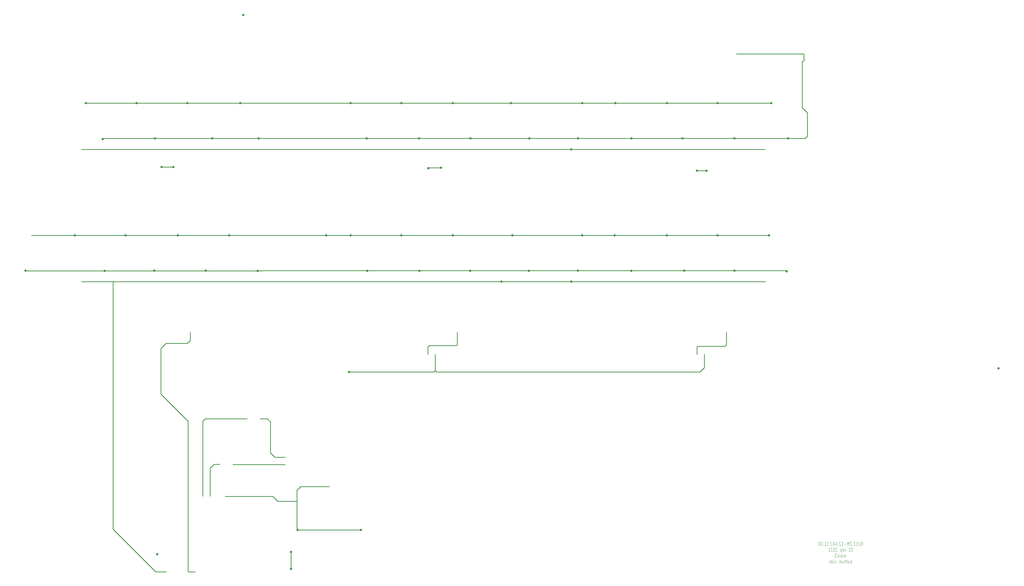
<source format=gbr>
%TF.GenerationSoftware,KiCad,Pcbnew,(5.99.0-12218-g749d2d5987)*%
%TF.CreationDate,2021-09-15T17:58:56+03:00*%
%TF.ProjectId,stend_main_stencil,7374656e-645f-46d6-9169-6e5f7374656e,rev*%
%TF.SameCoordinates,PX258bd10PYee998b0*%
%TF.FileFunction,Copper,L2,Bot*%
%TF.FilePolarity,Positive*%
%FSLAX46Y46*%
G04 Gerber Fmt 4.6, Leading zero omitted, Abs format (unit mm)*
G04 Created by KiCad (PCBNEW (5.99.0-12218-g749d2d5987)) date 2021-09-15 17:58:56*
%MOMM*%
%LPD*%
G01*
G04 APERTURE LIST*
%ADD10C,0.076200*%
%TA.AperFunction,NonConductor*%
%ADD11C,0.076200*%
%TD*%
%TA.AperFunction,ViaPad*%
%ADD12C,0.800000*%
%TD*%
%TA.AperFunction,Conductor*%
%ADD13C,0.250000*%
%TD*%
G04 APERTURE END LIST*
D10*
D11*
X294364833Y15192527D02*
X294661166Y15797289D01*
X294872833Y15192527D02*
X294872833Y16462527D01*
X294534166Y16462527D01*
X294449500Y16402050D01*
X294407166Y16341574D01*
X294364833Y16220622D01*
X294364833Y16039193D01*
X294407166Y15918241D01*
X294449500Y15857765D01*
X294534166Y15797289D01*
X294872833Y15797289D01*
X293983833Y16462527D02*
X293983833Y15434431D01*
X293941500Y15313479D01*
X293899166Y15253003D01*
X293814500Y15192527D01*
X293645166Y15192527D01*
X293560500Y15253003D01*
X293518166Y15313479D01*
X293475833Y15434431D01*
X293475833Y16462527D01*
X293094833Y15253003D02*
X292967833Y15192527D01*
X292756166Y15192527D01*
X292671500Y15253003D01*
X292629166Y15313479D01*
X292586833Y15434431D01*
X292586833Y15555384D01*
X292629166Y15676336D01*
X292671500Y15736812D01*
X292756166Y15797289D01*
X292925500Y15857765D01*
X293010166Y15918241D01*
X293052500Y15978717D01*
X293094833Y16099670D01*
X293094833Y16220622D01*
X293052500Y16341574D01*
X293010166Y16402050D01*
X292925500Y16462527D01*
X292713833Y16462527D01*
X292586833Y16402050D01*
X292332833Y16462527D02*
X291824833Y16462527D01*
X292078833Y15192527D02*
X292078833Y16462527D01*
X291528500Y15313479D02*
X291486166Y15253003D01*
X291528500Y15192527D01*
X291570833Y15253003D01*
X291528500Y15313479D01*
X291528500Y15192527D01*
X291189833Y16462527D02*
X290597166Y16462527D01*
X291189833Y15192527D01*
X290597166Y15192527D01*
X290258500Y15192527D02*
X290258500Y16462527D01*
X289962166Y15555384D01*
X289665833Y16462527D01*
X289665833Y15192527D01*
X289242500Y15676336D02*
X288565166Y15676336D01*
X287676166Y15192527D02*
X288184166Y15192527D01*
X287930166Y15192527D02*
X287930166Y16462527D01*
X288014833Y16281098D01*
X288099500Y16160146D01*
X288184166Y16099670D01*
X287337500Y16341574D02*
X287295166Y16402050D01*
X287210500Y16462527D01*
X286998833Y16462527D01*
X286914166Y16402050D01*
X286871833Y16341574D01*
X286829500Y16220622D01*
X286829500Y16099670D01*
X286871833Y15918241D01*
X287379833Y15192527D01*
X286829500Y15192527D01*
X286448500Y15313479D02*
X286406166Y15253003D01*
X286448500Y15192527D01*
X286490833Y15253003D01*
X286448500Y15313479D01*
X286448500Y15192527D01*
X285644166Y16039193D02*
X285644166Y15192527D01*
X285855833Y16523003D02*
X286067500Y15615860D01*
X285517166Y15615860D01*
X285009166Y16462527D02*
X284924500Y16462527D01*
X284839833Y16402050D01*
X284797500Y16341574D01*
X284755166Y16220622D01*
X284712833Y15978717D01*
X284712833Y15676336D01*
X284755166Y15434431D01*
X284797500Y15313479D01*
X284839833Y15253003D01*
X284924500Y15192527D01*
X285009166Y15192527D01*
X285093833Y15253003D01*
X285136166Y15313479D01*
X285178500Y15434431D01*
X285220833Y15676336D01*
X285220833Y15978717D01*
X285178500Y16220622D01*
X285136166Y16341574D01*
X285093833Y16402050D01*
X285009166Y16462527D01*
X284374166Y16341574D02*
X284331833Y16402050D01*
X284247166Y16462527D01*
X284035500Y16462527D01*
X283950833Y16402050D01*
X283908500Y16341574D01*
X283866166Y16220622D01*
X283866166Y16099670D01*
X283908500Y15918241D01*
X284416500Y15192527D01*
X283866166Y15192527D01*
X283485166Y15313479D02*
X283442833Y15253003D01*
X283485166Y15192527D01*
X283527500Y15253003D01*
X283485166Y15313479D01*
X283485166Y15192527D01*
X282596166Y15192527D02*
X283104166Y15192527D01*
X282850166Y15192527D02*
X282850166Y16462527D01*
X282934833Y16281098D01*
X283019500Y16160146D01*
X283104166Y16099670D01*
X281749500Y15192527D02*
X282257500Y15192527D01*
X282003500Y15192527D02*
X282003500Y16462527D01*
X282088166Y16281098D01*
X282172833Y16160146D01*
X282257500Y16099670D01*
X281368500Y15313479D02*
X281326166Y15253003D01*
X281368500Y15192527D01*
X281410833Y15253003D01*
X281368500Y15313479D01*
X281368500Y15192527D01*
X280775833Y16462527D02*
X280691166Y16462527D01*
X280606500Y16402050D01*
X280564166Y16341574D01*
X280521833Y16220622D01*
X280479500Y15978717D01*
X280479500Y15676336D01*
X280521833Y15434431D01*
X280564166Y15313479D01*
X280606500Y15253003D01*
X280691166Y15192527D01*
X280775833Y15192527D01*
X280860500Y15253003D01*
X280902833Y15313479D01*
X280945166Y15434431D01*
X280987500Y15676336D01*
X280987500Y15978717D01*
X280945166Y16220622D01*
X280902833Y16341574D01*
X280860500Y16402050D01*
X280775833Y16462527D01*
X279929166Y16462527D02*
X279844500Y16462527D01*
X279759833Y16402050D01*
X279717500Y16341574D01*
X279675166Y16220622D01*
X279632833Y15978717D01*
X279632833Y15676336D01*
X279675166Y15434431D01*
X279717500Y15313479D01*
X279759833Y15253003D01*
X279844500Y15192527D01*
X279929166Y15192527D01*
X280013833Y15253003D01*
X280056166Y15313479D01*
X280098500Y15434431D01*
X280140833Y15676336D01*
X280140833Y15978717D01*
X280098500Y16220622D01*
X280056166Y16341574D01*
X280013833Y16402050D01*
X279929166Y16462527D01*
X291253333Y14417827D02*
X291168666Y14417827D01*
X291084000Y14357350D01*
X291041666Y14296874D01*
X290999333Y14175922D01*
X290957000Y13934017D01*
X290957000Y13631636D01*
X290999333Y13389731D01*
X291041666Y13268779D01*
X291084000Y13208303D01*
X291168666Y13147827D01*
X291253333Y13147827D01*
X291338000Y13208303D01*
X291380333Y13268779D01*
X291422666Y13389731D01*
X291465000Y13631636D01*
X291465000Y13934017D01*
X291422666Y14175922D01*
X291380333Y14296874D01*
X291338000Y14357350D01*
X291253333Y14417827D01*
X290110333Y13147827D02*
X290618333Y13147827D01*
X290364333Y13147827D02*
X290364333Y14417827D01*
X290449000Y14236398D01*
X290533666Y14115446D01*
X290618333Y14054970D01*
X289094333Y13208303D02*
X289009666Y13147827D01*
X288840333Y13147827D01*
X288755666Y13208303D01*
X288713333Y13329255D01*
X288713333Y13389731D01*
X288755666Y13510684D01*
X288840333Y13571160D01*
X288967333Y13571160D01*
X289052000Y13631636D01*
X289094333Y13752589D01*
X289094333Y13813065D01*
X289052000Y13934017D01*
X288967333Y13994493D01*
X288840333Y13994493D01*
X288755666Y13934017D01*
X287993666Y13208303D02*
X288078333Y13147827D01*
X288247666Y13147827D01*
X288332333Y13208303D01*
X288374666Y13329255D01*
X288374666Y13813065D01*
X288332333Y13934017D01*
X288247666Y13994493D01*
X288078333Y13994493D01*
X287993666Y13934017D01*
X287951333Y13813065D01*
X287951333Y13692112D01*
X288374666Y13571160D01*
X287570333Y13994493D02*
X287570333Y12724493D01*
X287570333Y13934017D02*
X287485666Y13994493D01*
X287316333Y13994493D01*
X287231666Y13934017D01*
X287189333Y13873541D01*
X287147000Y13752589D01*
X287147000Y13389731D01*
X287189333Y13268779D01*
X287231666Y13208303D01*
X287316333Y13147827D01*
X287485666Y13147827D01*
X287570333Y13208303D01*
X286131000Y14296874D02*
X286088666Y14357350D01*
X286004000Y14417827D01*
X285792333Y14417827D01*
X285707666Y14357350D01*
X285665333Y14296874D01*
X285623000Y14175922D01*
X285623000Y14054970D01*
X285665333Y13873541D01*
X286173333Y13147827D01*
X285623000Y13147827D01*
X285072666Y14417827D02*
X284988000Y14417827D01*
X284903333Y14357350D01*
X284861000Y14296874D01*
X284818666Y14175922D01*
X284776333Y13934017D01*
X284776333Y13631636D01*
X284818666Y13389731D01*
X284861000Y13268779D01*
X284903333Y13208303D01*
X284988000Y13147827D01*
X285072666Y13147827D01*
X285157333Y13208303D01*
X285199666Y13268779D01*
X285242000Y13389731D01*
X285284333Y13631636D01*
X285284333Y13934017D01*
X285242000Y14175922D01*
X285199666Y14296874D01*
X285157333Y14357350D01*
X285072666Y14417827D01*
X284437666Y14296874D02*
X284395333Y14357350D01*
X284310666Y14417827D01*
X284099000Y14417827D01*
X284014333Y14357350D01*
X283972000Y14296874D01*
X283929666Y14175922D01*
X283929666Y14054970D01*
X283972000Y13873541D01*
X284480000Y13147827D01*
X283929666Y13147827D01*
X283083000Y13147827D02*
X283591000Y13147827D01*
X283337000Y13147827D02*
X283337000Y14417827D01*
X283421666Y14236398D01*
X283506333Y14115446D01*
X283591000Y14054970D01*
X289094333Y11103127D02*
X289094333Y11949793D01*
X289094333Y11828841D02*
X289052000Y11889317D01*
X288967333Y11949793D01*
X288840333Y11949793D01*
X288755666Y11889317D01*
X288713333Y11768365D01*
X288713333Y11103127D01*
X288713333Y11768365D02*
X288671000Y11889317D01*
X288586333Y11949793D01*
X288459333Y11949793D01*
X288374666Y11889317D01*
X288332333Y11768365D01*
X288332333Y11103127D01*
X287528000Y11103127D02*
X287528000Y11768365D01*
X287570333Y11889317D01*
X287655000Y11949793D01*
X287824333Y11949793D01*
X287909000Y11889317D01*
X287528000Y11163603D02*
X287612666Y11103127D01*
X287824333Y11103127D01*
X287909000Y11163603D01*
X287951333Y11284555D01*
X287951333Y11405508D01*
X287909000Y11526460D01*
X287824333Y11586936D01*
X287612666Y11586936D01*
X287528000Y11647412D01*
X287104666Y11103127D02*
X287104666Y11949793D01*
X287104666Y12373127D02*
X287147000Y12312650D01*
X287104666Y12252174D01*
X287062333Y12312650D01*
X287104666Y12373127D01*
X287104666Y12252174D01*
X286681333Y11949793D02*
X286681333Y11103127D01*
X286681333Y11828841D02*
X286639000Y11889317D01*
X286554333Y11949793D01*
X286427333Y11949793D01*
X286342666Y11889317D01*
X286300333Y11768365D01*
X286300333Y11103127D01*
X285961666Y12373127D02*
X285411333Y12373127D01*
X285707666Y11889317D01*
X285580666Y11889317D01*
X285496000Y11828841D01*
X285453666Y11768365D01*
X285411333Y11647412D01*
X285411333Y11345031D01*
X285453666Y11224079D01*
X285496000Y11163603D01*
X285580666Y11103127D01*
X285834666Y11103127D01*
X285919333Y11163603D01*
X285961666Y11224079D01*
X291062833Y9058427D02*
X291062833Y10328427D01*
X291062833Y9844617D02*
X290978166Y9905093D01*
X290808833Y9905093D01*
X290724166Y9844617D01*
X290681833Y9784141D01*
X290639500Y9663189D01*
X290639500Y9300331D01*
X290681833Y9179379D01*
X290724166Y9118903D01*
X290808833Y9058427D01*
X290978166Y9058427D01*
X291062833Y9118903D01*
X290131500Y9058427D02*
X290216166Y9118903D01*
X290258500Y9179379D01*
X290300833Y9300331D01*
X290300833Y9663189D01*
X290258500Y9784141D01*
X290216166Y9844617D01*
X290131500Y9905093D01*
X290004500Y9905093D01*
X289919833Y9844617D01*
X289877500Y9784141D01*
X289835166Y9663189D01*
X289835166Y9300331D01*
X289877500Y9179379D01*
X289919833Y9118903D01*
X290004500Y9058427D01*
X290131500Y9058427D01*
X289581166Y9905093D02*
X289242500Y9905093D01*
X289454166Y10328427D02*
X289454166Y9239855D01*
X289411833Y9118903D01*
X289327166Y9058427D01*
X289242500Y9058427D01*
X289073166Y9905093D02*
X288734500Y9905093D01*
X288946166Y10328427D02*
X288946166Y9239855D01*
X288903833Y9118903D01*
X288819166Y9058427D01*
X288734500Y9058427D01*
X288311166Y9058427D02*
X288395833Y9118903D01*
X288438166Y9179379D01*
X288480500Y9300331D01*
X288480500Y9663189D01*
X288438166Y9784141D01*
X288395833Y9844617D01*
X288311166Y9905093D01*
X288184166Y9905093D01*
X288099500Y9844617D01*
X288057166Y9784141D01*
X288014833Y9663189D01*
X288014833Y9300331D01*
X288057166Y9179379D01*
X288099500Y9118903D01*
X288184166Y9058427D01*
X288311166Y9058427D01*
X287633833Y9058427D02*
X287633833Y9905093D01*
X287633833Y9784141D02*
X287591500Y9844617D01*
X287506833Y9905093D01*
X287379833Y9905093D01*
X287295166Y9844617D01*
X287252833Y9723665D01*
X287252833Y9058427D01*
X287252833Y9723665D02*
X287210500Y9844617D01*
X287125833Y9905093D01*
X286998833Y9905093D01*
X286914166Y9844617D01*
X286871833Y9723665D01*
X286871833Y9058427D01*
X285813500Y9118903D02*
X285728833Y9058427D01*
X285559500Y9058427D01*
X285474833Y9118903D01*
X285432500Y9239855D01*
X285432500Y9300331D01*
X285474833Y9421284D01*
X285559500Y9481760D01*
X285686500Y9481760D01*
X285771166Y9542236D01*
X285813500Y9663189D01*
X285813500Y9723665D01*
X285771166Y9844617D01*
X285686500Y9905093D01*
X285559500Y9905093D01*
X285474833Y9844617D01*
X285051500Y9058427D02*
X285051500Y9905093D01*
X285051500Y10328427D02*
X285093833Y10267950D01*
X285051500Y10207474D01*
X285009166Y10267950D01*
X285051500Y10328427D01*
X285051500Y10207474D01*
X284247166Y9058427D02*
X284247166Y10328427D01*
X284247166Y9118903D02*
X284331833Y9058427D01*
X284501166Y9058427D01*
X284585833Y9118903D01*
X284628166Y9179379D01*
X284670500Y9300331D01*
X284670500Y9663189D01*
X284628166Y9784141D01*
X284585833Y9844617D01*
X284501166Y9905093D01*
X284331833Y9905093D01*
X284247166Y9844617D01*
X283485166Y9118903D02*
X283569833Y9058427D01*
X283739166Y9058427D01*
X283823833Y9118903D01*
X283866166Y9239855D01*
X283866166Y9723665D01*
X283823833Y9844617D01*
X283739166Y9905093D01*
X283569833Y9905093D01*
X283485166Y9844617D01*
X283442833Y9723665D01*
X283442833Y9602712D01*
X283866166Y9481760D01*
D12*
%TO.N,*%
X51308000Y12192000D03*
X341884000Y76454000D03*
X81026000Y198628000D03*
%TO.N,/INSTR+*%
X194310000Y152146000D03*
X194310000Y106426000D03*
X170129200Y106426000D03*
%TO.N,+5V*%
X135636000Y122428000D03*
X209296000Y122428000D03*
X153416000Y122428000D03*
X262636000Y122428000D03*
X263398000Y168148000D03*
X173482000Y168148000D03*
X58420000Y122428000D03*
X76200000Y122428000D03*
X44196000Y168148000D03*
X118110000Y122428000D03*
X40386000Y122428000D03*
X209550000Y168148000D03*
X118110000Y168148000D03*
X198120000Y122428000D03*
X109728000Y122428000D03*
X26670000Y168148000D03*
X227330000Y168148000D03*
X244856000Y168148000D03*
X244856000Y122428000D03*
X80010000Y168148000D03*
X22860000Y122428000D03*
X173990000Y122428000D03*
X135636000Y168148000D03*
X61722000Y168148000D03*
X153416000Y168148000D03*
X198120000Y168148000D03*
X227330000Y122428000D03*
%TO.N,/MCU+*%
X97536000Y12954000D03*
X97536000Y7112000D03*
%TO.N,GNDD*%
X233330511Y110236000D03*
X196596000Y110236000D03*
X123856511Y110140511D03*
X33168511Y110130511D03*
X70358000Y155956000D03*
X196639306Y155999306D03*
X5842000Y110236000D03*
X250654694Y155999306D03*
X159468694Y155999306D03*
X68072000Y110236000D03*
X250698000Y110236000D03*
X50546000Y155956000D03*
X141890511Y110140511D03*
X268732000Y109982000D03*
X141688694Y155999306D03*
X269240000Y155956000D03*
X32512000Y155702000D03*
X232707306Y155999306D03*
X50292000Y110236000D03*
X123654694Y155999306D03*
X159416511Y110140511D03*
X215138000Y155956000D03*
X215042511Y110140511D03*
X86360000Y155956000D03*
X86000511Y110130511D03*
X179673489Y110140511D03*
X179788694Y155999306D03*
%TO.N,/MCU_GND*%
X99822000Y20574000D03*
X121666000Y20574000D03*
%TO.N,/2_MCU/CS{slash}SS*%
X117602000Y75184000D03*
%TO.N,/RL5*%
X56896000Y146050000D03*
X52832000Y146050000D03*
%TO.N,/RL13*%
X149352000Y145796000D03*
X144907000Y145669000D03*
%TO.N,/RL21*%
X237744000Y144780000D03*
X241046000Y144780000D03*
%TD*%
D13*
%TO.N,/INSTR+*%
X60672000Y106416000D02*
X78486000Y106416000D01*
X54436000Y6142000D02*
X50754000Y6142000D01*
X25146000Y106416000D02*
X27422000Y106416000D01*
X194310000Y152146000D02*
X261239000Y152146000D01*
X100584000Y106426000D02*
X172415200Y106426000D01*
X36078000Y106416000D02*
X60672000Y106416000D01*
X27432000Y106426000D02*
X30988000Y106426000D01*
X30988000Y106426000D02*
X30998000Y106416000D01*
X172415200Y106426000D02*
X261356000Y106426000D01*
X30998000Y106416000D02*
X36078000Y106416000D01*
X50754000Y6142000D02*
X36078000Y20818000D01*
X78486000Y106416000D02*
X100574000Y106416000D01*
X25146000Y152146000D02*
X43007000Y152146000D01*
X60672000Y152146000D02*
X78486000Y152146000D01*
X100574000Y106416000D02*
X100584000Y106426000D01*
X43007000Y152146000D02*
X60672000Y152146000D01*
X36078000Y20818000D02*
X36078000Y106416000D01*
X27422000Y106416000D02*
X27432000Y106426000D01*
X78486000Y152146000D02*
X194310000Y152146000D01*
%TO.N,+5V*%
X22860000Y122428000D02*
X40132000Y122428000D01*
X26670000Y168148000D02*
X263398000Y168148000D01*
X40132000Y122428000D02*
X262636000Y122428000D01*
X22860000Y122428000D02*
X7874000Y122428000D01*
%TO.N,/MCU+*%
X97536000Y12954000D02*
X97536000Y7366000D01*
X97536000Y7366000D02*
X97536000Y7112000D01*
%TO.N,GNDD*%
X52568000Y67574000D02*
X52568000Y81270000D01*
X144770000Y81270000D02*
X144770000Y83810000D01*
X52568000Y81270000D02*
X52568000Y83302000D01*
X145288000Y84328000D02*
X154686000Y84328000D01*
X54356000Y85090000D02*
X61722000Y85090000D01*
X5947489Y110130511D02*
X87735489Y110130511D01*
X275082000Y155956000D02*
X275844000Y156718000D01*
X274066000Y182372000D02*
X274828000Y183134000D01*
X62738000Y86106000D02*
X62728000Y86116000D01*
X144770000Y83810000D02*
X145288000Y84328000D01*
X274828000Y183134000D02*
X274654000Y183308000D01*
X32512000Y155702000D02*
X32809306Y155999306D01*
X154930000Y84572000D02*
X154930000Y88890000D01*
X215435306Y155999306D02*
X269196694Y155999306D01*
X247904000Y84582000D02*
X247904000Y88890000D01*
X275844000Y164846000D02*
X274066000Y166624000D01*
X275844000Y156718000D02*
X275844000Y164846000D01*
X61936000Y6142000D02*
X64436000Y6142000D01*
X5842000Y110236000D02*
X5947489Y110130511D01*
X215094694Y155999306D02*
X215138000Y155956000D01*
X62728000Y86116000D02*
X62728000Y88890000D01*
X87735489Y110130511D02*
X87840978Y110236000D01*
X274066000Y166624000D02*
X274066000Y182372000D01*
X61722000Y85090000D02*
X62738000Y86106000D01*
X274654000Y183308000D02*
X274654000Y185212000D01*
X237998000Y84074000D02*
X247396000Y84074000D01*
X268478000Y110236000D02*
X268732000Y109982000D01*
X269240000Y155956000D02*
X275082000Y155956000D01*
X61936000Y58206000D02*
X52568000Y67574000D01*
X274654000Y185212000D02*
X251326000Y185212000D01*
X269196694Y155999306D02*
X269240000Y155956000D01*
X154686000Y84328000D02*
X154930000Y84572000D01*
X61936000Y6142000D02*
X61936000Y58206000D01*
X52568000Y83302000D02*
X54356000Y85090000D01*
X237744000Y81270000D02*
X237744000Y83820000D01*
X237744000Y83820000D02*
X237998000Y84074000D01*
X32809306Y155999306D02*
X215094694Y155999306D01*
X247396000Y84074000D02*
X247904000Y84582000D01*
X87840978Y110236000D02*
X268478000Y110236000D01*
%TO.N,/MCU_GND*%
X99822000Y20574000D02*
X121666000Y20574000D01*
X99568000Y20828000D02*
X99822000Y20574000D01*
X95504000Y30480000D02*
X99568000Y30480000D01*
X99568000Y30480000D02*
X99568000Y20828000D01*
X99568000Y30480000D02*
X99568000Y34290000D01*
X92964000Y30480000D02*
X95504000Y30480000D01*
X91226000Y32218000D02*
X92964000Y30480000D01*
X88692000Y32218000D02*
X74716000Y32218000D01*
X99568000Y34290000D02*
X100838000Y35560000D01*
X100838000Y35560000D02*
X110744000Y35560000D01*
X88691999Y32217995D02*
X91226005Y32217995D01*
%TO.N,Net-(DD1-Pad8)*%
X90424000Y47244000D02*
X90424000Y57912000D01*
X91948000Y45720000D02*
X90424000Y47244000D01*
X90424000Y57912000D02*
X89356000Y58980000D01*
X89356000Y58980000D02*
X86832000Y58980000D01*
X95504000Y45720000D02*
X91948000Y45720000D01*
%TO.N,Net-(DD1-Pad9)*%
X95504000Y43180000D02*
X77574000Y43180000D01*
X77574000Y43180000D02*
X77470000Y43284000D01*
%TO.N,/2_MCU/CS{slash}SS*%
X117602000Y75184000D02*
X146812000Y75184000D01*
X147310000Y75702000D02*
X147828000Y75184000D01*
X238760000Y75184000D02*
X240284000Y76708000D01*
X240284000Y76708000D02*
X240284000Y81270000D01*
X146812000Y75184000D02*
X147320000Y75692000D01*
X147310000Y75702000D02*
X147310000Y81270000D01*
X147828000Y75184000D02*
X238760000Y75184000D01*
%TO.N,/RL5*%
X52832000Y146050000D02*
X57150000Y146050000D01*
%TO.N,/RL13*%
X145034000Y145796000D02*
X149352000Y145796000D01*
X144907000Y145669000D02*
X145034000Y145796000D01*
%TO.N,/RL21*%
X237744000Y144780000D02*
X241046000Y144780000D01*
%TO.N,Net-(DD2-Pad1)*%
X67056000Y58166000D02*
X67870000Y58980000D01*
X67056000Y32258000D02*
X67056000Y58166000D01*
X67870000Y58980000D02*
X82332000Y58980000D01*
%TO.N,Net-(DD2-Pad2)*%
X69596000Y32258000D02*
X69596000Y41910000D01*
X69596000Y41910000D02*
X70970000Y43284000D01*
X70970000Y43284000D02*
X72970000Y43284000D01*
%TD*%
M02*

</source>
